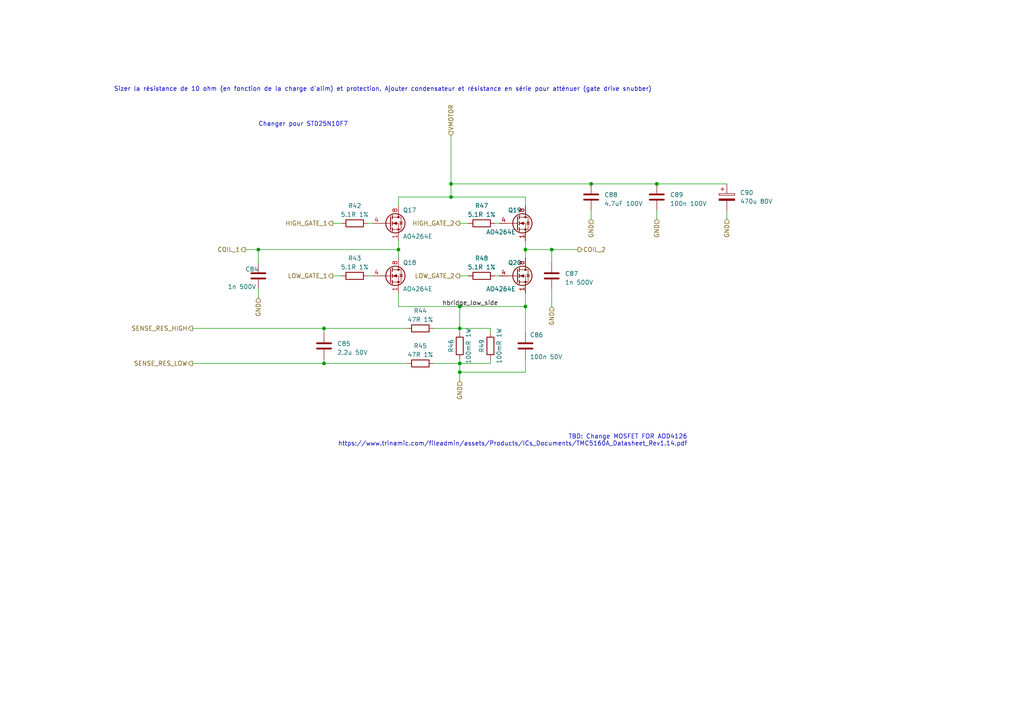
<source format=kicad_sch>
(kicad_sch (version 20211123) (generator eeschema)
  (paper "A4")
  (lib_symbols
    (symbol "Device:C" (pin_numbers hide) (pin_names (offset 0.254))
      (property "Reference" "C" (at 0.635 2.54 0))
      (property "Value" "C" (at 0.635 -2.54 0))
      (symbol "C_0_1"
        (polyline (pts (xy -2.032 -0.762) (xy 2.032 -0.762)) (stroke (width 0.508)))
        (polyline (pts (xy -2.032 0.762) (xy 2.032 0.762)) (stroke (width 0.508)))
      )
      (symbol "C_1_1"
        (pin passive line (at 0 3.81 270) (length 2.794) (name "~") (number "1"))
        (pin passive line (at 0 -3.81 90) (length 2.794) (name "~") (number "2"))
      )
    )
    (symbol "Device:C_Polarized" (pin_numbers hide) (pin_names (offset 0.254))
      (property "Reference" "C" (at 0.635 2.54 0))
      (property "Value" "C_Polarized" (at 0.635 -2.54 0))
      (symbol "C_Polarized_0_1"
        (rectangle (start -2.286 0.508) (end 2.286 1.016))
        (polyline (pts (xy -1.778 2.286) (xy -0.762 2.286)))
        (polyline (pts (xy -1.27 2.794) (xy -1.27 1.778)))
        (rectangle (start 2.286 -0.508) (end -2.286 -1.016) (fill (type outline)))
      )
      (symbol "C_Polarized_1_1"
        (pin passive line (at 0 3.81 270) (length 2.794) (name "~") (number "1"))
        (pin passive line (at 0 -3.81 90) (length 2.794) (name "~") (number "2"))
      )
    )
    (symbol "Device:R" (pin_numbers hide) (pin_names (offset 0))
      (property "Reference" "R" (at 2.032 0 90))
      (property "Value" "R" (at 0 0 90))
      (symbol "R_0_1"
        (rectangle (start -1.016 -2.54) (end 1.016 2.54) (stroke (width 0.254)))
      )
      (symbol "R_1_1"
        (pin passive line (at 0 3.81 270) (length 1.27) (name "~") (number "1"))
        (pin passive line (at 0 -3.81 90) (length 1.27) (name "~") (number "2"))
      )
    )
    (symbol "PersonnalSymbolLibrary:AO4264E" (pin_names hide)
      (property "Reference" "Q" (at 5.08 2.54 0))
      (property "Value" "AO4264E" (at 5.08 -5.08 0))
      (property "LCSC" "C334232" (at 0 0 0))
      (symbol "AO4264E_0_1"
        (polyline (pts (xy 0.254 0) (xy -2.54 0)))
        (polyline (pts (xy 0.254 1.905) (xy 0.254 -1.905)) (stroke (width 0.254)))
        (polyline (pts (xy 0.762 -1.27) (xy 0.762 -2.286)) (stroke (width 0.254)))
        (polyline (pts (xy 0.762 0.508) (xy 0.762 -0.508)) (stroke (width 0.254)))
        (polyline (pts (xy 0.762 2.286) (xy 0.762 1.27)) (stroke (width 0.254)))
        (polyline (pts (xy 2.54 2.54) (xy 2.54 1.778)))
        (polyline (pts (xy 2.54 -2.54) (xy 2.54 0) (xy 0.762 0)))
        (polyline (pts (xy 0.762 -1.778) (xy 3.302 -1.778) (xy 3.302 1.778) (xy 0.762 1.778)))
        (polyline (pts (xy 1.016 0) (xy 2.032 0.381) (xy 2.032 -0.381) (xy 1.016 0)) (fill (type outline)))
        (polyline (pts (xy 2.794 0.508) (xy 2.921 0.381) (xy 3.683 0.381) (xy 3.81 0.254)))
        (polyline (pts (xy 3.302 0.381) (xy 2.921 -0.254) (xy 3.683 -0.254) (xy 3.302 0.381)))
        (circle (center 1.651 0) (radius 2.794) (stroke (width 0.254)))
        (circle (center 2.54 -1.778) (radius 0.254) (fill (type outline)))
        (circle (center 2.54 1.778) (radius 0.254) (fill (type outline)))
      )
      (symbol "AO4264E_1_1"
        (pin passive line (at 2.54 -5.08 90) (length 2.54) (name "S") (number "1"))
        (pin passive line (at 2.54 -5.08 90) (length 2.54) hide (name "S") (number "2"))
        (pin passive line (at 2.54 -5.08 90) (length 2.54) hide (name "S") (number "3"))
        (pin input line (at -5.08 0 0) (length 2.54) (name "G") (number "4"))
        (pin passive line (at 2.54 5.08 270) (length 2.54) hide (name "D") (number "5"))
        (pin passive line (at 2.54 5.08 270) (length 2.54) hide (name "D") (number "6"))
        (pin passive line (at 2.54 5.08 270) (length 2.54) hide (name "D") (number "7"))
        (pin passive line (at 2.54 5.08 270) (length 2.54) (name "D") (number "8"))
      )
    )
  )
  (junction (at 133.35 88.9) (diameter 0.9144))
  (junction (at 130.81 57.15) (diameter 0.9144))
  (junction (at 93.98 95.25))
  (junction (at 190.5 53.34))
  (junction (at 74.93 72.39))
  (junction (at 130.81 53.34) (diameter 0.9144))
  (junction (at 152.4 88.9))
  (junction (at 133.35 95.25) (diameter 0.9144))
  (junction (at 93.98 105.41))
  (junction (at 171.45 53.34))
  (junction (at 133.35 105.41))
  (junction (at 160.02 72.39) (diameter 0.9144))
  (junction (at 115.57 72.39) (diameter 0.9144))
  (junction (at 152.4 72.39) (diameter 0.9144))
  (junction (at 133.35 107.95))
  (wire (pts (xy 96.52 80.01) (xy 99.06 80.01)))
  (wire (pts (xy 115.57 57.15) (xy 115.57 59.69)))
  (wire (pts (xy 96.52 64.77) (xy 99.06 64.77)))
  (wire (pts (xy 143.51 80.01) (xy 144.78 80.01)))
  (wire (pts (xy 190.5 53.34) (xy 210.82 53.34)))
  (wire (pts (xy 130.81 57.15) (xy 152.4 57.15)))
  (wire (pts (xy 142.24 95.25) (xy 133.35 95.25)))
  (wire (pts (xy 142.24 96.52) (xy 142.24 95.25)))
  (wire (pts (xy 115.57 57.15) (xy 130.81 57.15)))
  (wire (pts (xy 133.35 80.01) (xy 135.89 80.01)))
  (wire (pts (xy 152.4 57.15) (xy 152.4 59.69)))
  (wire (pts (xy 133.35 88.9) (xy 133.35 95.25)))
  (wire (pts (xy 190.5 60.96) (xy 190.5 63.5)))
  (wire (pts (xy 130.81 53.34) (xy 130.81 57.15)))
  (wire (pts (xy 133.35 88.9) (xy 152.4 88.9)))
  (wire (pts (xy 133.35 95.25) (xy 133.35 96.52)))
  (wire (pts (xy 115.57 88.9) (xy 133.35 88.9)))
  (wire (pts (xy 71.12 72.39) (xy 74.93 72.39)))
  (wire (pts (xy 74.93 72.39) (xy 115.57 72.39)))
  (wire (pts (xy 130.81 39.37) (xy 130.81 53.34)))
  (wire (pts (xy 133.35 105.41) (xy 133.35 107.95)))
  (wire (pts (xy 133.35 107.95) (xy 133.35 110.49)))
  (wire (pts (xy 106.68 64.77) (xy 107.95 64.77)))
  (wire (pts (xy 115.57 72.39) (xy 115.57 74.93)))
  (wire (pts (xy 106.68 80.01) (xy 107.95 80.01)))
  (wire (pts (xy 55.88 95.25) (xy 93.98 95.25)))
  (wire (pts (xy 93.98 95.25) (xy 118.11 95.25)))
  (wire (pts (xy 160.02 72.39) (xy 160.02 76.2)))
  (wire (pts (xy 152.4 85.09) (xy 152.4 88.9)))
  (wire (pts (xy 152.4 88.9) (xy 152.4 96.52)))
  (wire (pts (xy 160.02 72.39) (xy 167.64 72.39)))
  (wire (pts (xy 171.45 60.96) (xy 171.45 63.5)))
  (wire (pts (xy 133.35 105.41) (xy 133.35 104.14)))
  (wire (pts (xy 160.02 83.82) (xy 160.02 88.9)))
  (wire (pts (xy 115.57 69.85) (xy 115.57 72.39)))
  (wire (pts (xy 152.4 69.85) (xy 152.4 72.39)))
  (wire (pts (xy 171.45 53.34) (xy 190.5 53.34)))
  (wire (pts (xy 130.81 53.34) (xy 171.45 53.34)))
  (wire (pts (xy 133.35 107.95) (xy 152.4 107.95)))
  (wire (pts (xy 152.4 104.14) (xy 152.4 107.95)))
  (wire (pts (xy 74.93 83.82) (xy 74.93 86.36)))
  (wire (pts (xy 125.73 95.25) (xy 133.35 95.25)))
  (wire (pts (xy 55.88 105.41) (xy 93.98 105.41)))
  (wire (pts (xy 93.98 105.41) (xy 118.11 105.41)))
  (wire (pts (xy 74.93 72.39) (xy 74.93 76.2)))
  (wire (pts (xy 143.51 64.77) (xy 144.78 64.77)))
  (wire (pts (xy 152.4 72.39) (xy 160.02 72.39)))
  (wire (pts (xy 115.57 85.09) (xy 115.57 88.9)))
  (wire (pts (xy 142.24 104.14) (xy 142.24 105.41)))
  (wire (pts (xy 142.24 105.41) (xy 133.35 105.41)))
  (wire (pts (xy 210.82 60.96) (xy 210.82 63.5)))
  (wire (pts (xy 125.73 105.41) (xy 133.35 105.41)))
  (wire (pts (xy 152.4 72.39) (xy 152.4 74.93)))
  (wire (pts (xy 133.35 64.77) (xy 135.89 64.77)))
  (wire (pts (xy 93.98 95.25) (xy 93.98 96.52)))
  (wire (pts (xy 93.98 104.14) (xy 93.98 105.41)))
  (text "TBD: Change MOSFET FOR AOD4126\nhttps://www.trinamic.com/fileadmin/assets/Products/ICs_Documents/TMC5160A_Datasheet_Rev1.14.pdf" (at 199.39 129.54 0) (effects (font (size 1.27 1.27)) (justify right bottom)))
  (text "Sizer la résistance de 10 ohm (en fonction de la charge d'alim) et protection. Ajouter condensateur et résistance en série pour atténuer (gate drive snubber)" (at 33.02 26.67 0) (effects (font (size 1.27 1.27)) (justify left bottom)))
  (text "Changer pour STD25N10F7" (at 74.93 36.83 0) (effects (font (size 1.27 1.27)) (justify left bottom)))
  (label "hbridge_low_side" (at 128.27 88.9 0))
  (hierarchical_label "HIGH_GATE_2" (shape output) (at 133.35 64.77 180))
  (hierarchical_label "GND" (shape input) (at 160.02 88.9 270))
  (hierarchical_label "COIL_1" (shape output) (at 71.12 72.39 180))
  (hierarchical_label "GND" (shape input) (at 190.5 63.5 270))
  (hierarchical_label "SENSE_RES_HIGH" (shape output) (at 55.88 95.25 180))
  (hierarchical_label "HIGH_GATE_1" (shape output) (at 96.52 64.77 180))
  (hierarchical_label "VMOTOR" (shape input) (at 130.81 39.37 90))
  (hierarchical_label "GND" (shape input) (at 210.82 63.5 270))
  (hierarchical_label "COIL_2" (shape output) (at 167.64 72.39 0))
  (hierarchical_label "SENSE_RES_LOW" (shape output) (at 55.88 105.41 180))
  (hierarchical_label "LOW_GATE_2" (shape output) (at 133.35 80.01 180))
  (hierarchical_label "LOW_GATE_1" (shape output) (at 96.52 80.01 180))
  (hierarchical_label "GND" (shape input) (at 133.35 110.49 270))
  (hierarchical_label "GND" (shape input) (at 171.45 63.5 270))
  (hierarchical_label "GND" (shape input) (at 74.93 86.36 270))
  (symbol (lib_id "Device:R") (at 139.7 80.01 90)
    (property "Reference" "R48" (at 139.7 74.93 90))
    (property "Value" "5.1R 1%" (at 139.7 77.47 90))
    (property "Footprint" "Resistor_SMD:R_0805_2012Metric" (effects hide))
    (property "LCSC" "C17724" (effects hide))
  )
  (symbol (lib_id "Device:C") (at 93.98 100.33 0)
    (property "Reference" "C85" (at 97.79 99.6949 0) (effects (justify left)))
    (property "Value" "2.2u 50V" (at 97.79 102.2349 0) (effects (justify left)))
    (property "Footprint" "Capacitor_SMD:C_1206_3216Metric" (effects hide))
    (property "LCSC" "C50254" (effects hide))
  )
  (symbol (lib_id "PersonnalSymbolLibrary:AO4264E") (at 113.03 80.01 0)
    (property "Reference" "Q18" (at 116.84 76.1999 0) (effects (justify left)))
    (property "Value" "AO4264E" (at 116.84 83.8199 0) (effects (justify left)))
    (property "Footprint" "Package_SO:SOIC-8_3.9x4.9mm_P1.27mm" (effects hide))
    (property "Datasheet" "https://datasheet.lcsc.com/lcsc/1912111437_Alpha-&-Omega-Semicon-AO4264E_C334232.pdf" (effects hide))
    (property "LCSC" "C334232" (effects hide))
  )
  (symbol (lib_id "Device:R") (at 139.7 64.77 90)
    (property "Reference" "R47" (at 139.7 59.69 90))
    (property "Value" "5.1R 1%" (at 139.7 62.23 90))
    (property "Footprint" "Resistor_SMD:R_0805_2012Metric" (effects hide))
    (property "LCSC" "C17724" (effects hide))
  )
  (symbol (lib_id "Device:C") (at 171.45 57.15 0)
    (property "Reference" "C88" (at 175.26 56.5149 0) (effects (justify left)))
    (property "Value" "4.7uF 100V" (at 175.26 59.0549 0) (effects (justify left)))
    (property "Footprint" "Capacitor_SMD:C_1206_3216Metric" (effects hide))
    (property "LCSC" "C385986" (effects hide))
  )
  (symbol (lib_id "Device:C") (at 160.02 80.01 0)
    (property "Reference" "C87" (at 163.83 79.3749 0) (effects (justify left)))
    (property "Value" "1n 500V" (at 163.83 81.9149 0) (effects (justify left)))
    (property "Footprint" "Capacitor_SMD:C_1206_3216Metric" (effects hide))
    (property "LCSC" "C35216" (effects hide))
  )
  (symbol (lib_id "Device:R") (at 133.35 100.33 180)
    (property "Reference" "R46" (at 130.81 100.33 90))
    (property "Value" "100mR 1W" (at 135.89 100.33 90))
    (property "Footprint" "Resistor_SMD:R_1218_3246Metric" (effects hide))
    (property "LCSC" "C309639" (effects hide))
  )
  (symbol (lib_id "Device:C") (at 190.5 57.15 0)
    (property "Reference" "C89" (at 194.31 56.5149 0) (effects (justify left)))
    (property "Value" "100n 100V" (at 194.31 59.0549 0) (effects (justify left)))
    (property "Footprint" "Capacitor_SMD:C_0805_2012Metric_Pad1.18x1.45mm_HandSolder" (effects hide))
    (property "LCSC" "C28233" (effects hide))
  )
  (symbol (lib_id "Device:C") (at 152.4 100.33 0)
    (property "Reference" "C86" (at 153.67 97.1549 0) (effects (justify left)))
    (property "Value" "100n 50V" (at 153.67 103.5049 0) (effects (justify left)))
    (property "Footprint" "Capacitor_SMD:C_0402_1005Metric" (effects hide))
    (property "LCSC" "C307331" (effects hide))
  )
  (symbol (lib_id "Device:R") (at 102.87 64.77 90)
    (property "Reference" "R42" (at 102.87 59.69 90))
    (property "Value" "5.1R 1%" (at 102.87 62.23 90))
    (property "Footprint" "Resistor_SMD:R_0805_2012Metric" (effects hide))
    (property "LCSC" "C17724" (effects hide))
  )
  (symbol (lib_id "PersonnalSymbolLibrary:AO4264E") (at 113.03 64.77 0)
    (property "Reference" "Q17" (at 116.84 60.9599 0) (effects (justify left)))
    (property "Value" "AO4264E" (at 116.84 68.5799 0) (effects (justify left)))
    (property "Footprint" "Package_SO:SOIC-8_3.9x4.9mm_P1.27mm" (effects hide))
    (property "Datasheet" "https://datasheet.lcsc.com/lcsc/1912111437_Alpha-&-Omega-Semicon-AO4264E_C334232.pdf" (effects hide))
    (property "LCSC" "C334232" (effects hide))
  )
  (symbol (lib_id "Device:C_Polarized") (at 210.82 57.15 0)
    (property "Reference" "C90" (at 214.63 55.8799 0) (effects (justify left)))
    (property "Value" "470u 80V" (at 214.63 58.4199 0) (effects (justify left)))
    (property "Footprint" "Capacitor_SMD:CP_Elec_16x17.5" (effects hide))
    (property "LCSC" "C487423" (effects hide))
  )
  (symbol (lib_id "Device:R") (at 102.87 80.01 90)
    (property "Reference" "R43" (at 102.87 74.93 90))
    (property "Value" "5.1R 1%" (at 102.87 77.47 90))
    (property "Footprint" "Resistor_SMD:R_0805_2012Metric" (effects hide))
    (property "LCSC" "C17724" (effects hide))
  )
  (symbol (lib_id "Device:R") (at 121.92 95.25 90)
    (property "Reference" "R44" (at 121.92 90.17 90))
    (property "Value" "47R 1%" (at 121.92 92.71 90))
    (property "Footprint" "Resistor_SMD:R_0402_1005Metric" (effects hide))
    (property "LCSC" "C25118" (effects hide))
  )
  (symbol (lib_id "Device:R") (at 142.24 100.33 180)
    (property "Reference" "R49" (at 139.7 100.33 90))
    (property "Value" "100mR 1W" (at 144.78 100.33 90))
    (property "Footprint" "Resistor_SMD:R_1218_3246Metric" (effects hide))
    (property "LCSC" "C309639" (effects hide))
  )
  (symbol (lib_id "PersonnalSymbolLibrary:AO4264E") (at 149.86 64.77 0)
    (property "Reference" "Q19" (at 147.32 60.9599 0) (effects (justify left)))
    (property "Value" "AO4264E" (at 140.97 67.3099 0) (effects (justify left)))
    (property "Footprint" "Package_SO:SOIC-8_3.9x4.9mm_P1.27mm" (effects hide))
    (property "Datasheet" "https://datasheet.lcsc.com/lcsc/1912111437_Alpha-&-Omega-Semicon-AO4264E_C334232.pdf" (effects hide))
    (property "LCSC" "C334232" (effects hide))
  )
  (symbol (lib_id "Device:R") (at 121.92 105.41 90)
    (property "Reference" "R45" (at 121.92 100.33 90))
    (property "Value" "47R 1%" (at 121.92 102.87 90))
    (property "Footprint" "Resistor_SMD:R_0402_1005Metric" (effects hide))
    (property "LCSC" "C25118" (effects hide))
  )
  (symbol (lib_id "Device:C") (at 74.93 80.01 0)
    (property "Reference" "C84" (at 71.12 78.1049 0) (effects (justify left)))
    (property "Value" "1n 500V" (at 66.04 83.1849 0) (effects (justify left)))
    (property "Footprint" "Capacitor_SMD:C_1206_3216Metric" (effects hide))
    (property "LCSC" "C35216" (effects hide))
  )
  (symbol (lib_id "PersonnalSymbolLibrary:AO4264E") (at 149.86 80.01 0)
    (property "Reference" "Q20" (at 147.32 76.1999 0) (effects (justify left)))
    (property "Value" "AO4264E" (at 140.97 83.8199 0) (effects (justify left)))
    (property "Footprint" "Package_SO:SOIC-8_3.9x4.9mm_P1.27mm" (effects hide))
    (property "Datasheet" "https://datasheet.lcsc.com/lcsc/1912111437_Alpha-&-Omega-Semicon-AO4264E_C334232.pdf" (effects hide))
    (property "LCSC" "C334232" (effects hide))
  )
)
</source>
